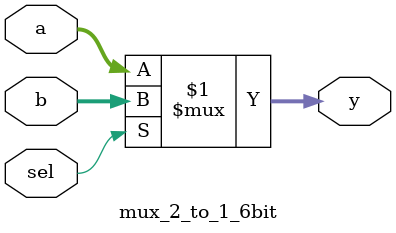
<source format=v>
module mux_2_to_1_6bit (
    input wire [5:0] a,
    input wire [5:0] b,
    input wire sel,
    output wire [5:0] y
);
    assign y = sel ? b : a;
endmodule
</source>
